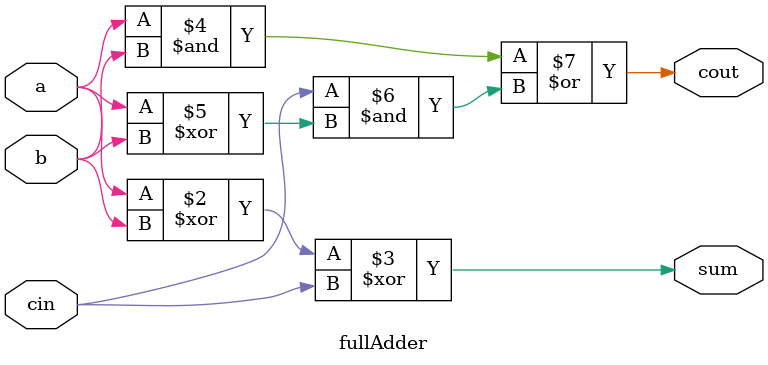
<source format=sv>
parameter NUM_OF_BITS=8;
module fullAdder(
  input logic a, b, cin,
  output logic cout, sum
);
  
  always_comb begin
  	sum <= a ^ b ^ cin;
    cout <= (a & b) | (cin & (a ^ b));
  end
  
endmodule

</source>
